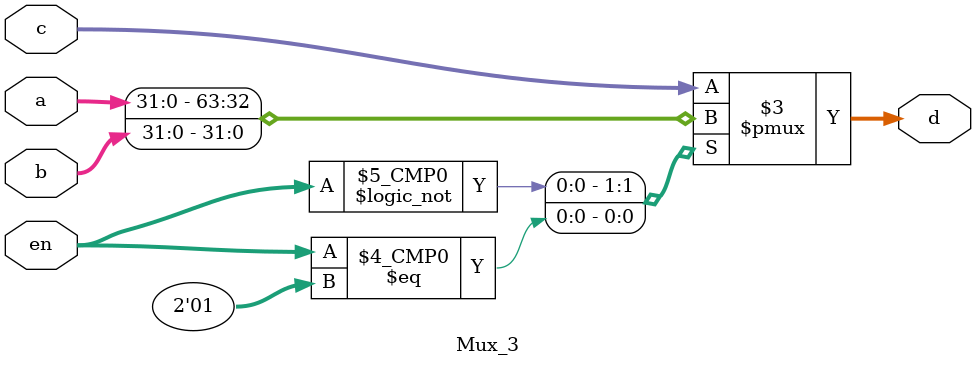
<source format=sv>
module Mux_3(
input [31:0] a,
input [31:0] b,
input [31:0] c,
input [1:0] en,
output logic [31:0] d
);
// assign d=(en[1])?c: en[0]?b:a;
//0:a 1:b 2:c
always@(*)begin
    case(en)
    2'd0:d=a;
    2'd1:d=b;
    default:d=c;
    endcase
end

endmodule
</source>
